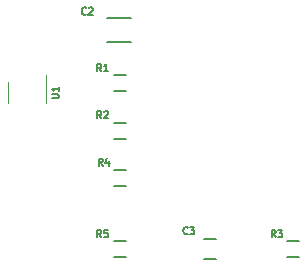
<source format=gto>
%TF.GenerationSoftware,KiCad,Pcbnew,4.0.4-1.fc24-product*%
%TF.CreationDate,2018-01-11T10:52:46+11:00*%
%TF.ProjectId,MID_STACK,4D49445F535441434B2E6B696361645F,rev?*%
%TF.FileFunction,Legend,Top*%
%FSLAX46Y46*%
G04 Gerber Fmt 4.6, Leading zero omitted, Abs format (unit mm)*
G04 Created by KiCad (PCBNEW 4.0.4-1.fc24-product) date Thu Jan 11 10:52:46 2018*
%MOMM*%
%LPD*%
G01*
G04 APERTURE LIST*
%ADD10C,0.100000*%
%ADD11C,0.150000*%
%ADD12C,0.120000*%
G04 APERTURE END LIST*
D10*
D11*
X155300000Y-67525000D02*
X157300000Y-67525000D01*
X157300000Y-65475000D02*
X155300000Y-65475000D01*
X163500000Y-85850000D02*
X164500000Y-85850000D01*
X164500000Y-84150000D02*
X163500000Y-84150000D01*
X156900000Y-71675000D02*
X155900000Y-71675000D01*
X155900000Y-70325000D02*
X156900000Y-70325000D01*
X155900000Y-74325000D02*
X156900000Y-74325000D01*
X156900000Y-75675000D02*
X155900000Y-75675000D01*
X170500000Y-84325000D02*
X171500000Y-84325000D01*
X171500000Y-85675000D02*
X170500000Y-85675000D01*
X155900000Y-78325000D02*
X156900000Y-78325000D01*
X156900000Y-79675000D02*
X155900000Y-79675000D01*
X156900000Y-85675000D02*
X155900000Y-85675000D01*
X155900000Y-84325000D02*
X156900000Y-84325000D01*
D12*
X146890000Y-70900000D02*
X146890000Y-72700000D01*
X150110000Y-72700000D02*
X150110000Y-70250000D01*
D11*
X153500000Y-65114286D02*
X153471429Y-65142857D01*
X153385715Y-65171429D01*
X153328572Y-65171429D01*
X153242857Y-65142857D01*
X153185715Y-65085714D01*
X153157143Y-65028571D01*
X153128572Y-64914286D01*
X153128572Y-64828571D01*
X153157143Y-64714286D01*
X153185715Y-64657143D01*
X153242857Y-64600000D01*
X153328572Y-64571429D01*
X153385715Y-64571429D01*
X153471429Y-64600000D01*
X153500000Y-64628571D01*
X153728572Y-64628571D02*
X153757143Y-64600000D01*
X153814286Y-64571429D01*
X153957143Y-64571429D01*
X154014286Y-64600000D01*
X154042857Y-64628571D01*
X154071429Y-64685714D01*
X154071429Y-64742857D01*
X154042857Y-64828571D01*
X153700000Y-65171429D01*
X154071429Y-65171429D01*
X162100000Y-83714286D02*
X162071429Y-83742857D01*
X161985715Y-83771429D01*
X161928572Y-83771429D01*
X161842857Y-83742857D01*
X161785715Y-83685714D01*
X161757143Y-83628571D01*
X161728572Y-83514286D01*
X161728572Y-83428571D01*
X161757143Y-83314286D01*
X161785715Y-83257143D01*
X161842857Y-83200000D01*
X161928572Y-83171429D01*
X161985715Y-83171429D01*
X162071429Y-83200000D01*
X162100000Y-83228571D01*
X162300000Y-83171429D02*
X162671429Y-83171429D01*
X162471429Y-83400000D01*
X162557143Y-83400000D01*
X162614286Y-83428571D01*
X162642857Y-83457143D01*
X162671429Y-83514286D01*
X162671429Y-83657143D01*
X162642857Y-83714286D01*
X162614286Y-83742857D01*
X162557143Y-83771429D01*
X162385715Y-83771429D01*
X162328572Y-83742857D01*
X162300000Y-83714286D01*
X154800000Y-69971429D02*
X154600000Y-69685714D01*
X154457143Y-69971429D02*
X154457143Y-69371429D01*
X154685715Y-69371429D01*
X154742857Y-69400000D01*
X154771429Y-69428571D01*
X154800000Y-69485714D01*
X154800000Y-69571429D01*
X154771429Y-69628571D01*
X154742857Y-69657143D01*
X154685715Y-69685714D01*
X154457143Y-69685714D01*
X155371429Y-69971429D02*
X155028572Y-69971429D01*
X155200000Y-69971429D02*
X155200000Y-69371429D01*
X155142857Y-69457143D01*
X155085715Y-69514286D01*
X155028572Y-69542857D01*
X154800000Y-73971429D02*
X154600000Y-73685714D01*
X154457143Y-73971429D02*
X154457143Y-73371429D01*
X154685715Y-73371429D01*
X154742857Y-73400000D01*
X154771429Y-73428571D01*
X154800000Y-73485714D01*
X154800000Y-73571429D01*
X154771429Y-73628571D01*
X154742857Y-73657143D01*
X154685715Y-73685714D01*
X154457143Y-73685714D01*
X155028572Y-73428571D02*
X155057143Y-73400000D01*
X155114286Y-73371429D01*
X155257143Y-73371429D01*
X155314286Y-73400000D01*
X155342857Y-73428571D01*
X155371429Y-73485714D01*
X155371429Y-73542857D01*
X155342857Y-73628571D01*
X155000000Y-73971429D01*
X155371429Y-73971429D01*
X169550000Y-84021429D02*
X169350000Y-83735714D01*
X169207143Y-84021429D02*
X169207143Y-83421429D01*
X169435715Y-83421429D01*
X169492857Y-83450000D01*
X169521429Y-83478571D01*
X169550000Y-83535714D01*
X169550000Y-83621429D01*
X169521429Y-83678571D01*
X169492857Y-83707143D01*
X169435715Y-83735714D01*
X169207143Y-83735714D01*
X169750000Y-83421429D02*
X170121429Y-83421429D01*
X169921429Y-83650000D01*
X170007143Y-83650000D01*
X170064286Y-83678571D01*
X170092857Y-83707143D01*
X170121429Y-83764286D01*
X170121429Y-83907143D01*
X170092857Y-83964286D01*
X170064286Y-83992857D01*
X170007143Y-84021429D01*
X169835715Y-84021429D01*
X169778572Y-83992857D01*
X169750000Y-83964286D01*
X154900000Y-77971429D02*
X154700000Y-77685714D01*
X154557143Y-77971429D02*
X154557143Y-77371429D01*
X154785715Y-77371429D01*
X154842857Y-77400000D01*
X154871429Y-77428571D01*
X154900000Y-77485714D01*
X154900000Y-77571429D01*
X154871429Y-77628571D01*
X154842857Y-77657143D01*
X154785715Y-77685714D01*
X154557143Y-77685714D01*
X155414286Y-77571429D02*
X155414286Y-77971429D01*
X155271429Y-77342857D02*
X155128572Y-77771429D01*
X155500000Y-77771429D01*
X154800000Y-84021429D02*
X154600000Y-83735714D01*
X154457143Y-84021429D02*
X154457143Y-83421429D01*
X154685715Y-83421429D01*
X154742857Y-83450000D01*
X154771429Y-83478571D01*
X154800000Y-83535714D01*
X154800000Y-83621429D01*
X154771429Y-83678571D01*
X154742857Y-83707143D01*
X154685715Y-83735714D01*
X154457143Y-83735714D01*
X155342857Y-83421429D02*
X155057143Y-83421429D01*
X155028572Y-83707143D01*
X155057143Y-83678571D01*
X155114286Y-83650000D01*
X155257143Y-83650000D01*
X155314286Y-83678571D01*
X155342857Y-83707143D01*
X155371429Y-83764286D01*
X155371429Y-83907143D01*
X155342857Y-83964286D01*
X155314286Y-83992857D01*
X155257143Y-84021429D01*
X155114286Y-84021429D01*
X155057143Y-83992857D01*
X155028572Y-83964286D01*
X150571429Y-72257143D02*
X151057143Y-72257143D01*
X151114286Y-72228571D01*
X151142857Y-72200000D01*
X151171429Y-72142857D01*
X151171429Y-72028571D01*
X151142857Y-71971429D01*
X151114286Y-71942857D01*
X151057143Y-71914286D01*
X150571429Y-71914286D01*
X151171429Y-71314286D02*
X151171429Y-71657143D01*
X151171429Y-71485715D02*
X150571429Y-71485715D01*
X150657143Y-71542858D01*
X150714286Y-71600000D01*
X150742857Y-71657143D01*
M02*

</source>
